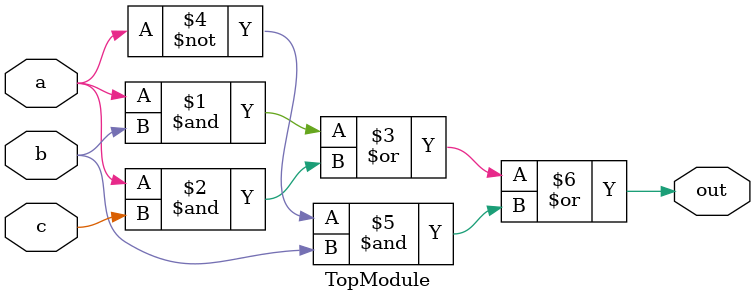
<source format=sv>
module TopModule (
    input logic a, // 1-bit unsigned input
    input logic b, // 1-bit unsigned input
    input logic c, // 1-bit unsigned input
    output logic out // 1-bit unsigned output
);

    // Combinational logic implementation based on the derived equation
    assign out = (a & b) | (a & c) | (~a & b);

endmodule
</source>
